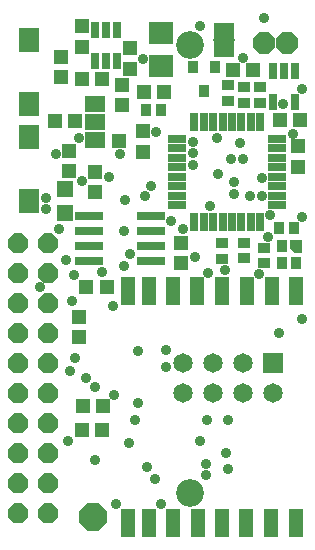
<source format=gts>
G75*
%MOIN*%
%OFA0B0*%
%FSLAX24Y24*%
%IPPOS*%
%LPD*%
%AMOC8*
5,1,8,0,0,1.08239X$1,22.5*
%
%ADD10R,0.0926X0.0296*%
%ADD11R,0.0510X0.0460*%
%ADD12R,0.0493X0.0454*%
%ADD13R,0.0473X0.0485*%
%ADD14R,0.0651X0.0651*%
%ADD15C,0.0651*%
%ADD16R,0.0485X0.0473*%
%ADD17R,0.0454X0.0493*%
%ADD18R,0.0847X0.0769*%
%ADD19R,0.0336X0.0414*%
%ADD20OC8,0.0720*%
%ADD21OC8,0.0660*%
%ADD22R,0.0260X0.0640*%
%ADD23R,0.0640X0.0260*%
%ADD24R,0.0414X0.0336*%
%ADD25R,0.0532X0.0532*%
%ADD26R,0.0690X0.0847*%
%ADD27R,0.0277X0.0532*%
%ADD28R,0.0690X0.0520*%
%ADD29R,0.0720X0.0060*%
%ADD30C,0.0928*%
%ADD31R,0.0280X0.0580*%
%ADD32R,0.0370X0.0410*%
%ADD33R,0.0480X0.0920*%
%ADD34OC8,0.0910*%
%ADD35R,0.0374X0.0413*%
%ADD36C,0.0020*%
%ADD37C,0.0360*%
D10*
X005824Y014301D03*
X005824Y014801D03*
X005824Y015301D03*
X005824Y015801D03*
X007871Y015801D03*
X007871Y015301D03*
X007871Y014801D03*
X007871Y014301D03*
D11*
X007610Y017919D03*
X007610Y018619D03*
X006810Y018269D03*
D12*
X006020Y017261D03*
X006020Y016592D03*
X005162Y017279D03*
X005162Y017949D03*
X004891Y020428D03*
X004891Y021097D03*
X007653Y019925D03*
X008322Y019925D03*
X008899Y014889D03*
X008899Y014219D03*
X012793Y017433D03*
X012793Y018102D03*
D13*
X012862Y018986D03*
X012173Y018986D03*
X011294Y020640D03*
X010605Y020640D03*
X006419Y013417D03*
X005730Y013417D03*
D14*
X011949Y010885D03*
D15*
X011949Y009885D03*
X010949Y009885D03*
X010949Y010885D03*
X009949Y010885D03*
X009949Y009885D03*
X008949Y009885D03*
X008949Y010885D03*
D16*
X007184Y020684D03*
X007184Y021373D03*
X005569Y021434D03*
X005569Y022123D03*
D17*
X005589Y020339D03*
X006259Y020339D03*
X006931Y020155D03*
X006931Y019485D03*
X005350Y018944D03*
X004681Y018944D03*
X005482Y012413D03*
X005482Y011743D03*
X005600Y009465D03*
X005596Y008660D03*
X006265Y008660D03*
X006270Y009465D03*
D18*
X008228Y020770D03*
X008228Y021872D03*
D19*
X008214Y019304D03*
X007702Y019304D03*
X012149Y015378D03*
X012661Y015378D03*
D20*
X012421Y021557D03*
X011633Y021557D03*
D21*
X003457Y005874D03*
X003457Y006874D03*
X003457Y007874D03*
X003457Y008874D03*
X003457Y009874D03*
X003457Y010874D03*
X003457Y011874D03*
X003457Y012874D03*
X003457Y013874D03*
X003457Y014874D03*
X004457Y014874D03*
X004457Y013874D03*
X004457Y012874D03*
X004457Y011874D03*
X004457Y010874D03*
X004457Y009874D03*
X004457Y008874D03*
X004457Y007874D03*
X004457Y006874D03*
X004457Y005874D03*
D22*
X009327Y015586D03*
X009637Y015586D03*
X009957Y015586D03*
X010267Y015586D03*
X010587Y015586D03*
X010897Y015586D03*
X011217Y015586D03*
X011527Y015586D03*
X011527Y018926D03*
X011217Y018926D03*
X010897Y018926D03*
X010587Y018926D03*
X010267Y018926D03*
X009957Y018926D03*
X009637Y018926D03*
X009327Y018926D03*
D23*
X008757Y018356D03*
X008757Y018046D03*
X008757Y017726D03*
X008757Y017416D03*
X008757Y017096D03*
X008757Y016786D03*
X008757Y016466D03*
X008757Y016156D03*
X012097Y016156D03*
X012097Y016466D03*
X012097Y016786D03*
X012097Y017096D03*
X012097Y017416D03*
X012097Y017726D03*
X012097Y018046D03*
X012097Y018356D03*
D24*
X011528Y019568D03*
X011528Y020080D03*
X010995Y020071D03*
X010995Y019559D03*
X010448Y019631D03*
X010448Y020143D03*
X010249Y014874D03*
X010249Y014362D03*
X010973Y014383D03*
X010973Y014895D03*
X011656Y014724D03*
X011656Y014213D03*
D25*
X005007Y015869D03*
X005007Y016696D03*
D26*
X003819Y016288D03*
X003819Y018414D03*
X003820Y019519D03*
X003820Y021645D03*
D27*
X011934Y020616D03*
X012308Y020616D03*
X012682Y020616D03*
X012682Y019592D03*
X011934Y019592D03*
D28*
X010314Y021346D03*
X010314Y021946D03*
X006030Y019530D03*
X006030Y018930D03*
X006030Y018330D03*
D29*
X010314Y021646D03*
D30*
X009173Y021499D03*
X009173Y006551D03*
D31*
X006764Y020960D03*
X006394Y020960D03*
X006024Y020960D03*
X006024Y021980D03*
X006394Y021980D03*
X006764Y021980D03*
D32*
X009272Y020758D03*
X009652Y019958D03*
X010032Y020758D03*
D33*
X010252Y013286D03*
X011076Y013286D03*
X011914Y013286D03*
X012701Y013286D03*
X009402Y013286D03*
X008614Y013286D03*
X007827Y013286D03*
X007102Y013286D03*
X007102Y005549D03*
X007827Y005549D03*
X008614Y005549D03*
X009464Y005549D03*
X010252Y005549D03*
X011039Y005549D03*
X011889Y005549D03*
X012727Y005549D03*
D34*
X005946Y005766D03*
D35*
X012247Y014225D03*
X012700Y014225D03*
X012247Y014795D03*
D36*
X012523Y014804D02*
X012877Y014804D01*
X012877Y014822D02*
X012523Y014822D01*
X012523Y014841D02*
X012877Y014841D01*
X012877Y014859D02*
X012523Y014859D01*
X012523Y014878D02*
X012877Y014878D01*
X012877Y014896D02*
X012523Y014896D01*
X012523Y014915D02*
X012877Y014915D01*
X012877Y014933D02*
X012523Y014933D01*
X012523Y014952D02*
X012877Y014952D01*
X012877Y014970D02*
X012523Y014970D01*
X012523Y014989D02*
X012877Y014989D01*
X012877Y014992D02*
X012877Y014599D01*
X012651Y014599D01*
X012523Y014727D01*
X012523Y014992D01*
X012877Y014992D01*
X012877Y014785D02*
X012523Y014785D01*
X012523Y014767D02*
X012877Y014767D01*
X012877Y014748D02*
X012523Y014748D01*
X012523Y014730D02*
X012877Y014730D01*
X012877Y014711D02*
X012538Y014711D01*
X012557Y014693D02*
X012877Y014693D01*
X012877Y014674D02*
X012575Y014674D01*
X012594Y014656D02*
X012877Y014656D01*
X012877Y014637D02*
X012612Y014637D01*
X012631Y014619D02*
X012877Y014619D01*
X012877Y014600D02*
X012649Y014600D01*
D37*
X012922Y015758D03*
X011858Y015822D03*
X011570Y016446D03*
X011186Y016446D03*
X010642Y016518D03*
X010642Y016902D03*
X010130Y017174D03*
X010546Y017686D03*
X010850Y018230D03*
X010946Y017670D03*
X011570Y017062D03*
X012618Y018534D03*
X012282Y019502D03*
X012922Y020022D03*
X011634Y022390D03*
X010954Y021046D03*
X009506Y022110D03*
X007602Y021014D03*
X008066Y018574D03*
X007882Y016790D03*
X007674Y016454D03*
X007018Y016302D03*
X006474Y017086D03*
X006842Y017838D03*
X005586Y016950D03*
X005482Y018374D03*
X004714Y017862D03*
X004378Y016390D03*
X004370Y016006D03*
X004826Y015350D03*
X005042Y014318D03*
X005330Y013806D03*
X005242Y012958D03*
X006258Y013918D03*
X006986Y014110D03*
X007178Y014502D03*
X006970Y015286D03*
X008546Y015614D03*
X008954Y015358D03*
X009346Y014414D03*
X009786Y013870D03*
X010346Y013990D03*
X011498Y013838D03*
X011786Y015094D03*
X012922Y012350D03*
X012162Y011886D03*
X010434Y008974D03*
X009746Y008982D03*
X009530Y008294D03*
X009706Y007526D03*
X009706Y007142D03*
X010458Y007366D03*
X010370Y007894D03*
X008370Y010750D03*
X008378Y011302D03*
X007450Y011278D03*
X006658Y009822D03*
X006002Y010094D03*
X005714Y010374D03*
X005362Y011062D03*
X005170Y010606D03*
X005114Y008270D03*
X006018Y007638D03*
X006722Y006190D03*
X007754Y007414D03*
X008026Y007030D03*
X008210Y006190D03*
X007162Y008222D03*
X007354Y008998D03*
X007458Y009542D03*
X006618Y012798D03*
X004170Y013406D03*
X009282Y017486D03*
X009282Y017870D03*
X009282Y018262D03*
X010098Y018374D03*
X009858Y016110D03*
M02*

</source>
